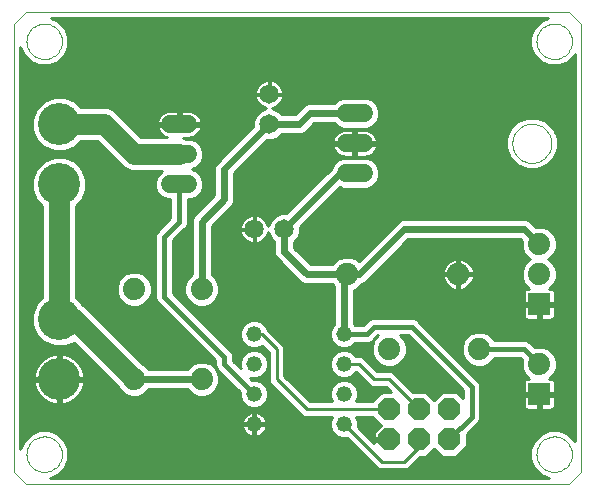
<source format=gtl>
G75*
G70*
%OFA0B0*%
%FSLAX24Y24*%
%IPPOS*%
%LPD*%
%AMOC8*
5,1,8,0,0,1.08239X$1,22.5*
%
%ADD10C,0.0000*%
%ADD11C,0.0600*%
%ADD12C,0.0520*%
%ADD13C,0.1400*%
%ADD14R,0.0740X0.0740*%
%ADD15C,0.0740*%
%ADD16C,0.0650*%
%ADD17C,0.0750*%
%ADD18OC8,0.0740*%
%ADD19C,0.0240*%
%ADD20C,0.0160*%
%ADD21C,0.0100*%
%ADD22C,0.0700*%
D10*
X000150Y000544D02*
X000544Y000150D01*
X018654Y000150D01*
X019048Y000544D01*
X019048Y015504D01*
X018654Y015898D01*
X000544Y015898D01*
X000150Y015504D01*
X000150Y000544D01*
X000559Y001150D02*
X000561Y001198D01*
X000567Y001246D01*
X000577Y001293D01*
X000590Y001339D01*
X000608Y001384D01*
X000628Y001428D01*
X000653Y001470D01*
X000681Y001509D01*
X000711Y001546D01*
X000745Y001580D01*
X000782Y001612D01*
X000820Y001641D01*
X000861Y001666D01*
X000904Y001688D01*
X000949Y001706D01*
X000995Y001720D01*
X001042Y001731D01*
X001090Y001738D01*
X001138Y001741D01*
X001186Y001740D01*
X001234Y001735D01*
X001282Y001726D01*
X001328Y001714D01*
X001373Y001697D01*
X001417Y001677D01*
X001459Y001654D01*
X001499Y001627D01*
X001537Y001597D01*
X001572Y001564D01*
X001604Y001528D01*
X001634Y001490D01*
X001660Y001449D01*
X001682Y001406D01*
X001702Y001362D01*
X001717Y001317D01*
X001729Y001270D01*
X001737Y001222D01*
X001741Y001174D01*
X001741Y001126D01*
X001737Y001078D01*
X001729Y001030D01*
X001717Y000983D01*
X001702Y000938D01*
X001682Y000894D01*
X001660Y000851D01*
X001634Y000810D01*
X001604Y000772D01*
X001572Y000736D01*
X001537Y000703D01*
X001499Y000673D01*
X001459Y000646D01*
X001417Y000623D01*
X001373Y000603D01*
X001328Y000586D01*
X001282Y000574D01*
X001234Y000565D01*
X001186Y000560D01*
X001138Y000559D01*
X001090Y000562D01*
X001042Y000569D01*
X000995Y000580D01*
X000949Y000594D01*
X000904Y000612D01*
X000861Y000634D01*
X000820Y000659D01*
X000782Y000688D01*
X000745Y000720D01*
X000711Y000754D01*
X000681Y000791D01*
X000653Y000830D01*
X000628Y000872D01*
X000608Y000916D01*
X000590Y000961D01*
X000577Y001007D01*
X000567Y001054D01*
X000561Y001102D01*
X000559Y001150D01*
X000559Y014912D02*
X000561Y014960D01*
X000567Y015008D01*
X000577Y015055D01*
X000590Y015101D01*
X000608Y015146D01*
X000628Y015190D01*
X000653Y015232D01*
X000681Y015271D01*
X000711Y015308D01*
X000745Y015342D01*
X000782Y015374D01*
X000820Y015403D01*
X000861Y015428D01*
X000904Y015450D01*
X000949Y015468D01*
X000995Y015482D01*
X001042Y015493D01*
X001090Y015500D01*
X001138Y015503D01*
X001186Y015502D01*
X001234Y015497D01*
X001282Y015488D01*
X001328Y015476D01*
X001373Y015459D01*
X001417Y015439D01*
X001459Y015416D01*
X001499Y015389D01*
X001537Y015359D01*
X001572Y015326D01*
X001604Y015290D01*
X001634Y015252D01*
X001660Y015211D01*
X001682Y015168D01*
X001702Y015124D01*
X001717Y015079D01*
X001729Y015032D01*
X001737Y014984D01*
X001741Y014936D01*
X001741Y014888D01*
X001737Y014840D01*
X001729Y014792D01*
X001717Y014745D01*
X001702Y014700D01*
X001682Y014656D01*
X001660Y014613D01*
X001634Y014572D01*
X001604Y014534D01*
X001572Y014498D01*
X001537Y014465D01*
X001499Y014435D01*
X001459Y014408D01*
X001417Y014385D01*
X001373Y014365D01*
X001328Y014348D01*
X001282Y014336D01*
X001234Y014327D01*
X001186Y014322D01*
X001138Y014321D01*
X001090Y014324D01*
X001042Y014331D01*
X000995Y014342D01*
X000949Y014356D01*
X000904Y014374D01*
X000861Y014396D01*
X000820Y014421D01*
X000782Y014450D01*
X000745Y014482D01*
X000711Y014516D01*
X000681Y014553D01*
X000653Y014592D01*
X000628Y014634D01*
X000608Y014678D01*
X000590Y014723D01*
X000577Y014769D01*
X000567Y014816D01*
X000561Y014864D01*
X000559Y014912D01*
X016756Y011512D02*
X016758Y011562D01*
X016764Y011612D01*
X016774Y011662D01*
X016787Y011710D01*
X016804Y011758D01*
X016825Y011804D01*
X016849Y011848D01*
X016877Y011890D01*
X016908Y011930D01*
X016942Y011967D01*
X016979Y012002D01*
X017018Y012033D01*
X017059Y012062D01*
X017103Y012087D01*
X017149Y012109D01*
X017196Y012127D01*
X017244Y012141D01*
X017293Y012152D01*
X017343Y012159D01*
X017393Y012162D01*
X017444Y012161D01*
X017494Y012156D01*
X017544Y012147D01*
X017592Y012135D01*
X017640Y012118D01*
X017686Y012098D01*
X017731Y012075D01*
X017774Y012048D01*
X017814Y012018D01*
X017852Y011985D01*
X017887Y011949D01*
X017920Y011910D01*
X017949Y011869D01*
X017975Y011826D01*
X017998Y011781D01*
X018017Y011734D01*
X018032Y011686D01*
X018044Y011637D01*
X018052Y011587D01*
X018056Y011537D01*
X018056Y011487D01*
X018052Y011437D01*
X018044Y011387D01*
X018032Y011338D01*
X018017Y011290D01*
X017998Y011243D01*
X017975Y011198D01*
X017949Y011155D01*
X017920Y011114D01*
X017887Y011075D01*
X017852Y011039D01*
X017814Y011006D01*
X017774Y010976D01*
X017731Y010949D01*
X017686Y010926D01*
X017640Y010906D01*
X017592Y010889D01*
X017544Y010877D01*
X017494Y010868D01*
X017444Y010863D01*
X017393Y010862D01*
X017343Y010865D01*
X017293Y010872D01*
X017244Y010883D01*
X017196Y010897D01*
X017149Y010915D01*
X017103Y010937D01*
X017059Y010962D01*
X017018Y010991D01*
X016979Y011022D01*
X016942Y011057D01*
X016908Y011094D01*
X016877Y011134D01*
X016849Y011176D01*
X016825Y011220D01*
X016804Y011266D01*
X016787Y011314D01*
X016774Y011362D01*
X016764Y011412D01*
X016758Y011462D01*
X016756Y011512D01*
X017559Y014912D02*
X017561Y014960D01*
X017567Y015008D01*
X017577Y015055D01*
X017590Y015101D01*
X017608Y015146D01*
X017628Y015190D01*
X017653Y015232D01*
X017681Y015271D01*
X017711Y015308D01*
X017745Y015342D01*
X017782Y015374D01*
X017820Y015403D01*
X017861Y015428D01*
X017904Y015450D01*
X017949Y015468D01*
X017995Y015482D01*
X018042Y015493D01*
X018090Y015500D01*
X018138Y015503D01*
X018186Y015502D01*
X018234Y015497D01*
X018282Y015488D01*
X018328Y015476D01*
X018373Y015459D01*
X018417Y015439D01*
X018459Y015416D01*
X018499Y015389D01*
X018537Y015359D01*
X018572Y015326D01*
X018604Y015290D01*
X018634Y015252D01*
X018660Y015211D01*
X018682Y015168D01*
X018702Y015124D01*
X018717Y015079D01*
X018729Y015032D01*
X018737Y014984D01*
X018741Y014936D01*
X018741Y014888D01*
X018737Y014840D01*
X018729Y014792D01*
X018717Y014745D01*
X018702Y014700D01*
X018682Y014656D01*
X018660Y014613D01*
X018634Y014572D01*
X018604Y014534D01*
X018572Y014498D01*
X018537Y014465D01*
X018499Y014435D01*
X018459Y014408D01*
X018417Y014385D01*
X018373Y014365D01*
X018328Y014348D01*
X018282Y014336D01*
X018234Y014327D01*
X018186Y014322D01*
X018138Y014321D01*
X018090Y014324D01*
X018042Y014331D01*
X017995Y014342D01*
X017949Y014356D01*
X017904Y014374D01*
X017861Y014396D01*
X017820Y014421D01*
X017782Y014450D01*
X017745Y014482D01*
X017711Y014516D01*
X017681Y014553D01*
X017653Y014592D01*
X017628Y014634D01*
X017608Y014678D01*
X017590Y014723D01*
X017577Y014769D01*
X017567Y014816D01*
X017561Y014864D01*
X017559Y014912D01*
X017559Y001150D02*
X017561Y001198D01*
X017567Y001246D01*
X017577Y001293D01*
X017590Y001339D01*
X017608Y001384D01*
X017628Y001428D01*
X017653Y001470D01*
X017681Y001509D01*
X017711Y001546D01*
X017745Y001580D01*
X017782Y001612D01*
X017820Y001641D01*
X017861Y001666D01*
X017904Y001688D01*
X017949Y001706D01*
X017995Y001720D01*
X018042Y001731D01*
X018090Y001738D01*
X018138Y001741D01*
X018186Y001740D01*
X018234Y001735D01*
X018282Y001726D01*
X018328Y001714D01*
X018373Y001697D01*
X018417Y001677D01*
X018459Y001654D01*
X018499Y001627D01*
X018537Y001597D01*
X018572Y001564D01*
X018604Y001528D01*
X018634Y001490D01*
X018660Y001449D01*
X018682Y001406D01*
X018702Y001362D01*
X018717Y001317D01*
X018729Y001270D01*
X018737Y001222D01*
X018741Y001174D01*
X018741Y001126D01*
X018737Y001078D01*
X018729Y001030D01*
X018717Y000983D01*
X018702Y000938D01*
X018682Y000894D01*
X018660Y000851D01*
X018634Y000810D01*
X018604Y000772D01*
X018572Y000736D01*
X018537Y000703D01*
X018499Y000673D01*
X018459Y000646D01*
X018417Y000623D01*
X018373Y000603D01*
X018328Y000586D01*
X018282Y000574D01*
X018234Y000565D01*
X018186Y000560D01*
X018138Y000559D01*
X018090Y000562D01*
X018042Y000569D01*
X017995Y000580D01*
X017949Y000594D01*
X017904Y000612D01*
X017861Y000634D01*
X017820Y000659D01*
X017782Y000688D01*
X017745Y000720D01*
X017711Y000754D01*
X017681Y000791D01*
X017653Y000830D01*
X017628Y000872D01*
X017608Y000916D01*
X017590Y000961D01*
X017577Y001007D01*
X017567Y001054D01*
X017561Y001102D01*
X017559Y001150D01*
D11*
X011806Y010512D02*
X011206Y010512D01*
X011206Y011512D02*
X011806Y011512D01*
X011806Y012512D02*
X011206Y012512D01*
X005950Y012150D02*
X005350Y012150D01*
X005350Y011150D02*
X005950Y011150D01*
X005950Y010150D02*
X005350Y010150D01*
D12*
X008150Y005150D03*
X008150Y004150D03*
X008150Y003150D03*
X008150Y002150D03*
X011150Y002150D03*
X011150Y003150D03*
X011150Y004150D03*
X011150Y005150D03*
D13*
X001650Y005650D03*
X001650Y003650D03*
X001650Y010150D03*
X001650Y012150D03*
D14*
X017650Y006150D03*
X017650Y003150D03*
D15*
X017650Y004150D03*
X015650Y004650D03*
X012650Y004650D03*
X017650Y007150D03*
X017650Y008150D03*
X006400Y006650D03*
X004150Y006650D03*
X004150Y003650D03*
X006400Y003650D03*
D16*
X008150Y008650D03*
X009150Y008650D03*
X008650Y012150D03*
X008650Y013150D03*
D17*
X011250Y007150D03*
X014950Y007150D03*
D18*
X014650Y002650D03*
X013650Y002650D03*
X013650Y001650D03*
X014650Y001650D03*
X012650Y001650D03*
X012650Y002650D03*
D19*
X011150Y005150D02*
X011150Y007050D01*
X011250Y007150D01*
X009900Y007150D01*
X009150Y007900D01*
X009150Y008650D01*
X011012Y010512D01*
X011506Y010512D01*
X009650Y012150D02*
X010012Y012512D01*
X011506Y012512D01*
X009650Y012150D02*
X008650Y012150D01*
X007150Y010650D01*
X007150Y009650D01*
X006400Y008900D01*
X006400Y006650D01*
X006400Y003650D02*
X004150Y003650D01*
X011250Y007150D02*
X011650Y007150D01*
X013150Y008650D01*
X017150Y008650D01*
X017650Y008150D01*
D20*
X017150Y004650D02*
X015650Y004650D01*
X015400Y003400D02*
X013400Y005400D01*
X012150Y005400D01*
X011900Y005150D01*
X011150Y005150D01*
X008150Y003150D02*
X007150Y004150D01*
X007150Y004400D01*
X005150Y006400D01*
X005150Y008400D01*
X005650Y008900D01*
X005650Y010150D01*
X015400Y003400D02*
X015400Y002400D01*
X014650Y001650D01*
X017650Y004150D02*
X017150Y004650D01*
D21*
X017396Y004814D02*
X017314Y004896D01*
X017208Y004940D01*
X016158Y004940D01*
X016142Y004979D01*
X015979Y005142D01*
X015765Y005230D01*
X015535Y005230D01*
X015321Y005142D01*
X015158Y004979D01*
X015070Y004765D01*
X015070Y004535D01*
X015158Y004321D01*
X015321Y004158D01*
X015535Y004070D01*
X015765Y004070D01*
X015979Y004158D01*
X016142Y004321D01*
X016158Y004360D01*
X017030Y004360D01*
X017086Y004304D01*
X017070Y004265D01*
X017070Y004035D01*
X017158Y003821D01*
X017310Y003670D01*
X017260Y003670D01*
X017222Y003660D01*
X017188Y003640D01*
X017160Y003612D01*
X017140Y003578D01*
X017130Y003540D01*
X017130Y003200D01*
X017600Y003200D01*
X017600Y003100D01*
X017700Y003100D01*
X017700Y003200D01*
X018170Y003200D01*
X018170Y003540D01*
X018160Y003578D01*
X018140Y003612D01*
X018112Y003640D01*
X018078Y003660D01*
X018040Y003670D01*
X017990Y003670D01*
X018142Y003821D01*
X018230Y004035D01*
X018230Y004265D01*
X018142Y004479D01*
X017979Y004642D01*
X017765Y004730D01*
X017535Y004730D01*
X017496Y004714D01*
X017396Y004814D01*
X017431Y004780D02*
X018838Y004780D01*
X018838Y004878D02*
X017332Y004878D01*
X017884Y004681D02*
X018838Y004681D01*
X018838Y004583D02*
X018038Y004583D01*
X018136Y004484D02*
X018838Y004484D01*
X018838Y004386D02*
X018180Y004386D01*
X018221Y004287D02*
X018838Y004287D01*
X018838Y004189D02*
X018230Y004189D01*
X018230Y004090D02*
X018838Y004090D01*
X018838Y003992D02*
X018212Y003992D01*
X018171Y003893D02*
X018838Y003893D01*
X018838Y003795D02*
X018115Y003795D01*
X018016Y003696D02*
X018838Y003696D01*
X018838Y003598D02*
X018148Y003598D01*
X018170Y003499D02*
X018838Y003499D01*
X018838Y003401D02*
X018170Y003401D01*
X018170Y003302D02*
X018838Y003302D01*
X018838Y003204D02*
X018170Y003204D01*
X018170Y003100D02*
X017700Y003100D01*
X017700Y002630D01*
X018040Y002630D01*
X018078Y002640D01*
X018112Y002660D01*
X018140Y002688D01*
X018160Y002722D01*
X018170Y002760D01*
X018170Y003100D01*
X018170Y003007D02*
X018838Y003007D01*
X018838Y003105D02*
X017700Y003105D01*
X017700Y003007D02*
X017600Y003007D01*
X017600Y003100D02*
X017600Y002630D01*
X017260Y002630D01*
X017222Y002640D01*
X017188Y002660D01*
X017160Y002688D01*
X017140Y002722D01*
X017130Y002760D01*
X017130Y003100D01*
X017600Y003100D01*
X017600Y003105D02*
X015690Y003105D01*
X015690Y003007D02*
X017130Y003007D01*
X017130Y002908D02*
X015690Y002908D01*
X015690Y002810D02*
X017130Y002810D01*
X017147Y002711D02*
X015690Y002711D01*
X015690Y002613D02*
X018838Y002613D01*
X018838Y002711D02*
X018153Y002711D01*
X018170Y002810D02*
X018838Y002810D01*
X018838Y002908D02*
X018170Y002908D01*
X017700Y002908D02*
X017600Y002908D01*
X017600Y002810D02*
X017700Y002810D01*
X017700Y002711D02*
X017600Y002711D01*
X017130Y003204D02*
X015690Y003204D01*
X015690Y003302D02*
X017130Y003302D01*
X017130Y003401D02*
X015690Y003401D01*
X015690Y003458D02*
X015646Y003564D01*
X013646Y005564D01*
X013564Y005646D01*
X013458Y005690D01*
X012092Y005690D01*
X011986Y005646D01*
X011780Y005440D01*
X011525Y005440D01*
X011480Y005485D01*
X011480Y006612D01*
X011581Y006654D01*
X011746Y006819D01*
X011753Y006835D01*
X011837Y006870D01*
X013287Y008320D01*
X017013Y008320D01*
X017070Y008263D01*
X017070Y008035D01*
X017158Y007821D01*
X017321Y007658D01*
X017341Y007650D01*
X017321Y007642D01*
X017158Y007479D01*
X017070Y007265D01*
X017070Y007035D01*
X017158Y006821D01*
X017310Y006670D01*
X017260Y006670D01*
X017222Y006660D01*
X017188Y006640D01*
X017160Y006612D01*
X017140Y006578D01*
X017130Y006540D01*
X017130Y006200D01*
X017600Y006200D01*
X017600Y006100D01*
X017700Y006100D01*
X017700Y006200D01*
X018170Y006200D01*
X018170Y006540D01*
X018160Y006578D01*
X018140Y006612D01*
X018112Y006640D01*
X018078Y006660D01*
X018040Y006670D01*
X017990Y006670D01*
X018142Y006821D01*
X018230Y007035D01*
X018230Y007265D01*
X018142Y007479D01*
X017979Y007642D01*
X017959Y007650D01*
X017979Y007658D01*
X018142Y007821D01*
X018230Y008035D01*
X018230Y008265D01*
X018142Y008479D01*
X017979Y008642D01*
X017765Y008730D01*
X017537Y008730D01*
X017430Y008837D01*
X017337Y008930D01*
X017216Y008980D01*
X013084Y008980D01*
X012963Y008930D01*
X011630Y007597D01*
X011581Y007646D01*
X011366Y007735D01*
X011134Y007735D01*
X010919Y007646D01*
X010754Y007481D01*
X010753Y007480D01*
X010037Y007480D01*
X009480Y008037D01*
X009480Y008223D01*
X009604Y008347D01*
X009685Y008544D01*
X009685Y008718D01*
X011009Y010042D01*
X011105Y010002D01*
X011908Y010002D01*
X012095Y010080D01*
X012239Y010223D01*
X012316Y010411D01*
X012316Y010614D01*
X012239Y010801D01*
X012095Y010945D01*
X011908Y011022D01*
X011105Y011022D01*
X010917Y010945D01*
X010774Y010801D01*
X010731Y010698D01*
X009218Y009185D01*
X009044Y009185D01*
X008847Y009104D01*
X008696Y008953D01*
X008615Y008756D01*
X008615Y008751D01*
X008613Y008761D01*
X008590Y008832D01*
X008556Y008899D01*
X008512Y008959D01*
X008459Y009012D01*
X008399Y009056D01*
X008332Y009090D01*
X008261Y009113D01*
X008187Y009125D01*
X008169Y009125D01*
X008169Y008669D01*
X008131Y008669D01*
X008131Y009125D01*
X008113Y009125D01*
X008039Y009113D01*
X007968Y009090D01*
X007901Y009056D01*
X007841Y009012D01*
X007788Y008959D01*
X007744Y008899D01*
X007710Y008832D01*
X007687Y008761D01*
X007675Y008687D01*
X007675Y008669D01*
X008131Y008669D01*
X008131Y008631D01*
X008169Y008631D01*
X008169Y008175D01*
X008187Y008175D01*
X008261Y008187D01*
X008332Y008210D01*
X008399Y008244D01*
X008459Y008288D01*
X008512Y008341D01*
X008556Y008401D01*
X008590Y008468D01*
X008613Y008539D01*
X008615Y008549D01*
X008615Y008544D01*
X008696Y008347D01*
X008820Y008223D01*
X008820Y007834D01*
X008870Y007713D01*
X008963Y007620D01*
X009620Y006963D01*
X009713Y006870D01*
X009834Y006820D01*
X010753Y006820D01*
X010754Y006819D01*
X010820Y006753D01*
X010820Y005485D01*
X010752Y005416D01*
X010680Y005243D01*
X010680Y005057D01*
X010752Y004884D01*
X010884Y004752D01*
X011057Y004680D01*
X011243Y004680D01*
X011416Y004752D01*
X011525Y004860D01*
X011958Y004860D01*
X012064Y004904D01*
X012146Y004986D01*
X012270Y005110D01*
X012290Y005110D01*
X012158Y004979D01*
X012070Y004765D01*
X012070Y004535D01*
X012158Y004321D01*
X012321Y004158D01*
X012535Y004070D01*
X012765Y004070D01*
X012979Y004158D01*
X013142Y004321D01*
X013230Y004535D01*
X013230Y004765D01*
X013142Y004979D01*
X013010Y005110D01*
X013280Y005110D01*
X015110Y003280D01*
X015110Y003010D01*
X014890Y003230D01*
X014410Y003230D01*
X014150Y002970D01*
X013890Y003230D01*
X013438Y003230D01*
X012870Y003797D01*
X012797Y003870D01*
X012702Y003910D01*
X012258Y003910D01*
X011870Y004297D01*
X011797Y004370D01*
X011702Y004410D01*
X011551Y004410D01*
X011548Y004416D01*
X011416Y004548D01*
X011243Y004620D01*
X011057Y004620D01*
X010884Y004548D01*
X010752Y004416D01*
X010680Y004243D01*
X010680Y004057D01*
X010752Y003884D01*
X010884Y003752D01*
X011057Y003680D01*
X011243Y003680D01*
X011416Y003752D01*
X011548Y003884D01*
X012003Y003430D01*
X012098Y003390D01*
X012542Y003390D01*
X012702Y003230D01*
X012410Y003230D01*
X012090Y002910D01*
X011559Y002910D01*
X011620Y003057D01*
X011620Y003243D01*
X011548Y003416D01*
X011416Y003548D01*
X011243Y003620D01*
X011057Y003620D01*
X010884Y003548D01*
X010752Y003416D01*
X010680Y003243D01*
X010680Y003057D01*
X010741Y002910D01*
X010008Y002910D01*
X009160Y003758D01*
X009160Y004702D01*
X009120Y004797D01*
X008620Y005297D01*
X008582Y005336D01*
X008548Y005416D01*
X008416Y005548D01*
X008243Y005620D01*
X008057Y005620D01*
X007884Y005548D01*
X007752Y005416D01*
X007680Y005243D01*
X007680Y005057D01*
X007752Y004884D01*
X007884Y004752D01*
X008057Y004680D01*
X008243Y004680D01*
X008416Y004752D01*
X008423Y004759D01*
X008640Y004542D01*
X008640Y003598D01*
X008680Y003503D01*
X008753Y003430D01*
X009753Y002430D01*
X009848Y002390D01*
X010741Y002390D01*
X010680Y002243D01*
X010680Y002057D01*
X010752Y001884D01*
X010884Y001752D01*
X011057Y001680D01*
X011243Y001680D01*
X011250Y001683D01*
X012180Y000753D01*
X012253Y000680D01*
X012348Y000640D01*
X013202Y000640D01*
X013297Y000680D01*
X013688Y001070D01*
X013890Y001070D01*
X014150Y001330D01*
X014410Y001070D01*
X014890Y001070D01*
X015230Y001410D01*
X015230Y001820D01*
X015564Y002154D01*
X015646Y002236D01*
X015690Y002342D01*
X015690Y003458D01*
X015673Y003499D02*
X017130Y003499D01*
X017152Y003598D02*
X015613Y003598D01*
X015514Y003696D02*
X017284Y003696D01*
X017185Y003795D02*
X015416Y003795D01*
X015317Y003893D02*
X017129Y003893D01*
X017088Y003992D02*
X015219Y003992D01*
X015120Y004090D02*
X015486Y004090D01*
X015291Y004189D02*
X015022Y004189D01*
X014923Y004287D02*
X015193Y004287D01*
X015132Y004386D02*
X014825Y004386D01*
X014726Y004484D02*
X015091Y004484D01*
X015070Y004583D02*
X014628Y004583D01*
X014529Y004681D02*
X015070Y004681D01*
X015076Y004780D02*
X014431Y004780D01*
X014332Y004878D02*
X015117Y004878D01*
X015157Y004977D02*
X014234Y004977D01*
X014135Y005075D02*
X015255Y005075D01*
X015398Y005174D02*
X014037Y005174D01*
X013938Y005272D02*
X018838Y005272D01*
X018838Y005174D02*
X015902Y005174D01*
X016045Y005075D02*
X018838Y005075D01*
X018838Y004977D02*
X016143Y004977D01*
X016107Y004287D02*
X017079Y004287D01*
X017070Y004189D02*
X016009Y004189D01*
X015814Y004090D02*
X017070Y004090D01*
X017260Y005630D02*
X017600Y005630D01*
X017600Y006100D01*
X017130Y006100D01*
X017130Y005760D01*
X017140Y005722D01*
X017160Y005688D01*
X017188Y005660D01*
X017222Y005640D01*
X017260Y005630D01*
X017182Y005666D02*
X013516Y005666D01*
X013643Y005568D02*
X018838Y005568D01*
X018838Y005666D02*
X018118Y005666D01*
X018112Y005660D02*
X018140Y005688D01*
X018160Y005722D01*
X018170Y005760D01*
X018170Y006100D01*
X017700Y006100D01*
X017700Y005630D01*
X018040Y005630D01*
X018078Y005640D01*
X018112Y005660D01*
X018170Y005765D02*
X018838Y005765D01*
X018838Y005863D02*
X018170Y005863D01*
X018170Y005962D02*
X018838Y005962D01*
X018838Y006060D02*
X018170Y006060D01*
X018170Y006257D02*
X018838Y006257D01*
X018838Y006159D02*
X017700Y006159D01*
X017700Y006060D02*
X017600Y006060D01*
X017600Y005962D02*
X017700Y005962D01*
X017700Y005863D02*
X017600Y005863D01*
X017600Y005765D02*
X017700Y005765D01*
X017700Y005666D02*
X017600Y005666D01*
X017130Y005765D02*
X011480Y005765D01*
X011480Y005863D02*
X017130Y005863D01*
X017130Y005962D02*
X011480Y005962D01*
X011480Y006060D02*
X017130Y006060D01*
X017130Y006257D02*
X011480Y006257D01*
X011480Y006159D02*
X017600Y006159D01*
X017130Y006356D02*
X011480Y006356D01*
X011480Y006454D02*
X017130Y006454D01*
X017133Y006553D02*
X011480Y006553D01*
X011574Y006651D02*
X014787Y006651D01*
X014748Y006663D02*
X014827Y006638D01*
X014909Y006625D01*
X014911Y006625D01*
X014911Y007111D01*
X014989Y007111D01*
X014989Y007189D01*
X015475Y007189D01*
X015475Y007191D01*
X015462Y007273D01*
X015437Y007352D01*
X015399Y007425D01*
X015350Y007492D01*
X015292Y007550D01*
X015225Y007599D01*
X015152Y007637D01*
X015073Y007662D01*
X014991Y007675D01*
X014989Y007675D01*
X014989Y007189D01*
X014911Y007189D01*
X014911Y007675D01*
X014909Y007675D01*
X014827Y007662D01*
X014748Y007637D01*
X014675Y007599D01*
X014608Y007550D01*
X014550Y007492D01*
X014501Y007425D01*
X014463Y007352D01*
X014438Y007273D01*
X014425Y007191D01*
X014425Y007189D01*
X014911Y007189D01*
X014911Y007111D01*
X014425Y007111D01*
X014425Y007109D01*
X014438Y007027D01*
X014463Y006948D01*
X014501Y006875D01*
X014550Y006808D01*
X014608Y006750D01*
X014675Y006701D01*
X014748Y006663D01*
X014911Y006651D02*
X014989Y006651D01*
X014989Y006625D02*
X014991Y006625D01*
X015073Y006638D01*
X015152Y006663D01*
X015225Y006701D01*
X015292Y006750D01*
X015350Y006808D01*
X015399Y006875D01*
X015437Y006948D01*
X015462Y007027D01*
X015475Y007109D01*
X015475Y007111D01*
X014989Y007111D01*
X014989Y006625D01*
X014989Y006750D02*
X014911Y006750D01*
X014911Y006848D02*
X014989Y006848D01*
X014989Y006947D02*
X014911Y006947D01*
X014911Y007045D02*
X014989Y007045D01*
X014989Y007144D02*
X017070Y007144D01*
X017070Y007242D02*
X015467Y007242D01*
X015440Y007341D02*
X017101Y007341D01*
X017142Y007439D02*
X015389Y007439D01*
X015305Y007538D02*
X017217Y007538D01*
X017316Y007636D02*
X015153Y007636D01*
X014989Y007636D02*
X014911Y007636D01*
X014911Y007538D02*
X014989Y007538D01*
X014989Y007439D02*
X014911Y007439D01*
X014911Y007341D02*
X014989Y007341D01*
X014989Y007242D02*
X014911Y007242D01*
X014911Y007144D02*
X012110Y007144D01*
X012209Y007242D02*
X014433Y007242D01*
X014460Y007341D02*
X012307Y007341D01*
X012406Y007439D02*
X014511Y007439D01*
X014595Y007538D02*
X012504Y007538D01*
X012603Y007636D02*
X014747Y007636D01*
X014435Y007045D02*
X012012Y007045D01*
X011913Y006947D02*
X014464Y006947D01*
X014520Y006848D02*
X011783Y006848D01*
X011677Y006750D02*
X014608Y006750D01*
X015113Y006651D02*
X017207Y006651D01*
X017230Y006750D02*
X015292Y006750D01*
X015380Y006848D02*
X017147Y006848D01*
X017106Y006947D02*
X015436Y006947D01*
X015465Y007045D02*
X017070Y007045D01*
X017245Y007735D02*
X012701Y007735D01*
X012800Y007833D02*
X017154Y007833D01*
X017113Y007932D02*
X012898Y007932D01*
X012997Y008030D02*
X017072Y008030D01*
X017070Y008129D02*
X013095Y008129D01*
X013194Y008227D02*
X017070Y008227D01*
X017449Y008818D02*
X018838Y008818D01*
X018838Y008720D02*
X017791Y008720D01*
X017999Y008621D02*
X018838Y008621D01*
X018838Y008523D02*
X018098Y008523D01*
X018164Y008424D02*
X018838Y008424D01*
X018838Y008326D02*
X018205Y008326D01*
X018230Y008227D02*
X018838Y008227D01*
X018838Y008129D02*
X018230Y008129D01*
X018228Y008030D02*
X018838Y008030D01*
X018838Y007932D02*
X018187Y007932D01*
X018146Y007833D02*
X018838Y007833D01*
X018838Y007735D02*
X018055Y007735D01*
X017984Y007636D02*
X018838Y007636D01*
X018838Y007538D02*
X018083Y007538D01*
X018158Y007439D02*
X018838Y007439D01*
X018838Y007341D02*
X018199Y007341D01*
X018230Y007242D02*
X018838Y007242D01*
X018838Y007144D02*
X018230Y007144D01*
X018230Y007045D02*
X018838Y007045D01*
X018838Y006947D02*
X018194Y006947D01*
X018153Y006848D02*
X018838Y006848D01*
X018838Y006750D02*
X018070Y006750D01*
X018093Y006651D02*
X018838Y006651D01*
X018838Y006553D02*
X018167Y006553D01*
X018170Y006454D02*
X018838Y006454D01*
X018838Y006356D02*
X018170Y006356D01*
X018838Y005469D02*
X013741Y005469D01*
X013840Y005371D02*
X018838Y005371D01*
X018838Y002514D02*
X015690Y002514D01*
X015690Y002416D02*
X018838Y002416D01*
X018838Y002317D02*
X015680Y002317D01*
X015629Y002219D02*
X018838Y002219D01*
X018838Y002120D02*
X015530Y002120D01*
X015432Y002022D02*
X018838Y002022D01*
X018838Y001923D02*
X018376Y001923D01*
X018309Y001951D02*
X017991Y001951D01*
X017697Y001829D01*
X017471Y001603D01*
X017349Y001309D01*
X017349Y000991D01*
X017471Y000697D01*
X017697Y000471D01*
X017965Y000360D01*
X001335Y000360D01*
X001603Y000471D01*
X001829Y000697D01*
X001951Y000991D01*
X001951Y001309D01*
X001829Y001603D01*
X001603Y001829D01*
X001309Y001951D01*
X000991Y001951D01*
X000697Y001829D01*
X000471Y001603D01*
X000360Y001335D01*
X000360Y014727D01*
X000471Y014458D01*
X000697Y014233D01*
X000991Y014111D01*
X001309Y014111D01*
X001603Y014233D01*
X001829Y014458D01*
X001951Y014753D01*
X001951Y015071D01*
X001829Y015365D01*
X001603Y015590D01*
X001368Y015688D01*
X017932Y015688D01*
X017697Y015590D01*
X017471Y015365D01*
X017349Y015071D01*
X017349Y014753D01*
X017471Y014458D01*
X017697Y014233D01*
X017991Y014111D01*
X018309Y014111D01*
X018603Y014233D01*
X018829Y014458D01*
X018838Y014480D01*
X018838Y001582D01*
X018829Y001603D01*
X018603Y001829D01*
X018309Y001951D01*
X018608Y001825D02*
X018838Y001825D01*
X018838Y001726D02*
X018706Y001726D01*
X018805Y001628D02*
X018838Y001628D01*
X017924Y001923D02*
X015333Y001923D01*
X015235Y001825D02*
X017692Y001825D01*
X017594Y001726D02*
X015230Y001726D01*
X015230Y001628D02*
X017495Y001628D01*
X017440Y001529D02*
X015230Y001529D01*
X015230Y001431D02*
X017400Y001431D01*
X017359Y001332D02*
X015152Y001332D01*
X015054Y001234D02*
X017349Y001234D01*
X017349Y001135D02*
X014955Y001135D01*
X014345Y001135D02*
X013955Y001135D01*
X014054Y001234D02*
X014246Y001234D01*
X013650Y001400D02*
X013650Y001650D01*
X013650Y001400D02*
X013150Y000900D01*
X012400Y000900D01*
X011150Y002150D01*
X010811Y001825D02*
X008400Y001825D01*
X008417Y001837D02*
X008463Y001883D01*
X008501Y001935D01*
X008530Y001993D01*
X008550Y002054D01*
X008560Y002118D01*
X008560Y002120D01*
X008180Y002120D01*
X008180Y002180D01*
X008560Y002180D01*
X008560Y002182D01*
X008550Y002246D01*
X008530Y002307D01*
X008501Y002365D01*
X008463Y002417D01*
X008417Y002463D01*
X008365Y002501D01*
X008307Y002530D01*
X008246Y002550D01*
X008182Y002560D01*
X008180Y002560D01*
X008180Y002180D01*
X008120Y002180D01*
X008120Y002560D01*
X008118Y002560D01*
X008054Y002550D01*
X007993Y002530D01*
X007935Y002501D01*
X007883Y002463D01*
X007837Y002417D01*
X007799Y002365D01*
X007770Y002307D01*
X007750Y002246D01*
X007740Y002182D01*
X007740Y002180D01*
X008120Y002180D01*
X008120Y002120D01*
X008180Y002120D01*
X010680Y002120D01*
X010680Y002219D02*
X008554Y002219D01*
X008525Y002317D02*
X010710Y002317D01*
X010694Y002022D02*
X008539Y002022D01*
X008492Y001923D02*
X010735Y001923D01*
X010945Y001726D02*
X001706Y001726D01*
X001608Y001825D02*
X007900Y001825D01*
X007883Y001837D02*
X007935Y001799D01*
X007993Y001770D01*
X008054Y001750D01*
X008118Y001740D01*
X008120Y001740D01*
X008120Y002120D01*
X007740Y002120D01*
X007740Y002118D01*
X007750Y002054D01*
X007770Y001993D01*
X007799Y001935D01*
X007837Y001883D01*
X007883Y001837D01*
X007808Y001923D02*
X001376Y001923D01*
X001805Y001628D02*
X011305Y001628D01*
X011403Y001529D02*
X001860Y001529D01*
X001900Y001431D02*
X011502Y001431D01*
X011600Y001332D02*
X001941Y001332D01*
X001951Y001234D02*
X011699Y001234D01*
X011797Y001135D02*
X001951Y001135D01*
X001951Y001037D02*
X011896Y001037D01*
X011994Y000938D02*
X001929Y000938D01*
X001888Y000840D02*
X012093Y000840D01*
X012191Y000741D02*
X001847Y000741D01*
X001775Y000643D02*
X012342Y000643D01*
X013208Y000643D02*
X017525Y000643D01*
X017453Y000741D02*
X013359Y000741D01*
X013457Y000840D02*
X017412Y000840D01*
X017371Y000938D02*
X013556Y000938D01*
X013654Y001037D02*
X017349Y001037D01*
X017624Y000544D02*
X001676Y000544D01*
X001541Y000446D02*
X017759Y000446D01*
X015110Y003105D02*
X015015Y003105D01*
X015110Y003204D02*
X014917Y003204D01*
X015088Y003302D02*
X013366Y003302D01*
X013267Y003401D02*
X014989Y003401D01*
X014891Y003499D02*
X013169Y003499D01*
X013070Y003598D02*
X014792Y003598D01*
X014694Y003696D02*
X012972Y003696D01*
X012873Y003795D02*
X014595Y003795D01*
X014497Y003893D02*
X012743Y003893D01*
X012814Y004090D02*
X014300Y004090D01*
X014398Y003992D02*
X012176Y003992D01*
X012078Y004090D02*
X012486Y004090D01*
X012291Y004189D02*
X011979Y004189D01*
X011881Y004287D02*
X012193Y004287D01*
X012132Y004386D02*
X011761Y004386D01*
X011481Y004484D02*
X012091Y004484D01*
X012070Y004583D02*
X011334Y004583D01*
X011246Y004681D02*
X012070Y004681D01*
X012076Y004780D02*
X011444Y004780D01*
X011054Y004681D02*
X009160Y004681D01*
X009160Y004583D02*
X010966Y004583D01*
X010819Y004484D02*
X009160Y004484D01*
X009160Y004386D02*
X010739Y004386D01*
X010698Y004287D02*
X009160Y004287D01*
X009160Y004189D02*
X010680Y004189D01*
X010680Y004090D02*
X009160Y004090D01*
X009160Y003992D02*
X010707Y003992D01*
X010748Y003893D02*
X009160Y003893D01*
X009160Y003795D02*
X010841Y003795D01*
X011018Y003696D02*
X009222Y003696D01*
X009320Y003598D02*
X011002Y003598D01*
X010834Y003499D02*
X009419Y003499D01*
X009517Y003401D02*
X010745Y003401D01*
X010704Y003302D02*
X009616Y003302D01*
X009714Y003204D02*
X010680Y003204D01*
X010680Y003105D02*
X009813Y003105D01*
X009911Y003007D02*
X010701Y003007D01*
X011298Y003598D02*
X011835Y003598D01*
X011736Y003696D02*
X011282Y003696D01*
X011459Y003795D02*
X011638Y003795D01*
X011548Y003884D02*
X011548Y003884D01*
X011650Y004150D02*
X011150Y004150D01*
X011650Y004150D02*
X012150Y003650D01*
X012650Y003650D01*
X013650Y002650D01*
X014114Y003007D02*
X014186Y003007D01*
X014285Y003105D02*
X014015Y003105D01*
X013917Y003204D02*
X014383Y003204D01*
X014201Y004189D02*
X013009Y004189D01*
X013107Y004287D02*
X014103Y004287D01*
X014004Y004386D02*
X013168Y004386D01*
X013209Y004484D02*
X013906Y004484D01*
X013807Y004583D02*
X013230Y004583D01*
X013230Y004681D02*
X013709Y004681D01*
X013610Y004780D02*
X013224Y004780D01*
X013183Y004878D02*
X013512Y004878D01*
X013413Y004977D02*
X013143Y004977D01*
X013045Y005075D02*
X013315Y005075D01*
X012255Y005075D02*
X012235Y005075D01*
X012157Y004977D02*
X012137Y004977D01*
X012117Y004878D02*
X012001Y004878D01*
X011809Y005469D02*
X011496Y005469D01*
X011480Y005568D02*
X011907Y005568D01*
X012034Y005666D02*
X011480Y005666D01*
X010820Y005666D02*
X006294Y005666D01*
X006196Y005765D02*
X010820Y005765D01*
X010820Y005863D02*
X006097Y005863D01*
X005999Y005962D02*
X010820Y005962D01*
X010820Y006060D02*
X005900Y006060D01*
X005802Y006159D02*
X006071Y006159D01*
X006071Y006158D02*
X006285Y006070D01*
X006515Y006070D01*
X006729Y006158D01*
X006892Y006321D01*
X006980Y006535D01*
X006980Y006765D01*
X006892Y006979D01*
X006730Y007140D01*
X006730Y008763D01*
X007337Y009370D01*
X007430Y009463D01*
X007480Y009584D01*
X007480Y010513D01*
X008582Y011615D01*
X008756Y011615D01*
X008953Y011696D01*
X009077Y011820D01*
X009716Y011820D01*
X009837Y011870D01*
X010149Y012182D01*
X010815Y012182D01*
X010917Y012080D01*
X011105Y012002D01*
X011908Y012002D01*
X012095Y012080D01*
X012239Y012223D01*
X012316Y012411D01*
X012316Y012614D01*
X012239Y012801D01*
X012095Y012945D01*
X011908Y013022D01*
X011105Y013022D01*
X010917Y012945D01*
X010815Y012842D01*
X009947Y012842D01*
X009825Y012792D01*
X009513Y012480D01*
X009077Y012480D01*
X008953Y012604D01*
X008756Y012685D01*
X008751Y012685D01*
X008761Y012687D01*
X008832Y012710D01*
X008899Y012744D01*
X008959Y012788D01*
X009012Y012841D01*
X009056Y012901D01*
X009090Y012968D01*
X009113Y013039D01*
X009125Y013113D01*
X009125Y013131D01*
X008669Y013131D01*
X008669Y013169D01*
X009125Y013169D01*
X009125Y013187D01*
X009113Y013261D01*
X009090Y013332D01*
X009056Y013399D01*
X009012Y013459D01*
X008959Y013512D01*
X008899Y013556D01*
X008832Y013590D01*
X008761Y013613D01*
X008687Y013625D01*
X008669Y013625D01*
X008669Y013169D01*
X008631Y013169D01*
X008631Y013625D01*
X008613Y013625D01*
X008539Y013613D01*
X008468Y013590D01*
X008401Y013556D01*
X008341Y013512D01*
X008288Y013459D01*
X008244Y013399D01*
X008210Y013332D01*
X008187Y013261D01*
X008175Y013187D01*
X008175Y013169D01*
X008631Y013169D01*
X008631Y013131D01*
X008175Y013131D01*
X008175Y013113D01*
X008187Y013039D01*
X008210Y012968D01*
X008244Y012901D01*
X008288Y012841D01*
X008341Y012788D01*
X008401Y012744D01*
X008468Y012710D01*
X008539Y012687D01*
X008549Y012685D01*
X008544Y012685D01*
X008347Y012604D01*
X008196Y012453D01*
X008115Y012256D01*
X008115Y012082D01*
X006870Y010837D01*
X006820Y010716D01*
X006820Y009787D01*
X006120Y009087D01*
X006070Y008966D01*
X006070Y007140D01*
X005908Y006979D01*
X005820Y006765D01*
X005820Y006535D01*
X005908Y006321D01*
X006071Y006158D01*
X005973Y006257D02*
X005703Y006257D01*
X005605Y006356D02*
X005894Y006356D01*
X005853Y006454D02*
X005506Y006454D01*
X005440Y006520D02*
X005440Y008280D01*
X005814Y008654D01*
X005896Y008736D01*
X005940Y008842D01*
X005940Y009640D01*
X006051Y009640D01*
X006239Y009718D01*
X006382Y009861D01*
X006460Y010049D01*
X006460Y010251D01*
X006382Y010439D01*
X006239Y010582D01*
X006076Y010650D01*
X006239Y010718D01*
X006382Y010861D01*
X006460Y011049D01*
X006460Y011251D01*
X006382Y011439D01*
X006239Y011582D01*
X006051Y011660D01*
X005882Y011660D01*
X005786Y011700D01*
X005985Y011700D01*
X006055Y011711D01*
X006123Y011733D01*
X006186Y011765D01*
X006243Y011807D01*
X006293Y011857D01*
X006335Y011914D01*
X006367Y011977D01*
X006389Y012045D01*
X006398Y012100D01*
X005700Y012100D01*
X005700Y012200D01*
X005600Y012200D01*
X005600Y012600D01*
X005315Y012600D01*
X005245Y012589D01*
X005177Y012567D01*
X005114Y012535D01*
X005057Y012493D01*
X005007Y012443D01*
X004965Y012386D01*
X004933Y012323D01*
X004911Y012255D01*
X004902Y012200D01*
X005600Y012200D01*
X005600Y012100D01*
X004902Y012100D01*
X004911Y012045D01*
X004933Y011977D01*
X004965Y011914D01*
X005007Y011857D01*
X005057Y011807D01*
X005114Y011765D01*
X005177Y011733D01*
X005245Y011711D01*
X005251Y011710D01*
X004382Y011710D01*
X003467Y012625D01*
X003261Y012710D01*
X002377Y012710D01*
X002165Y012921D01*
X001831Y013060D01*
X001469Y013060D01*
X001135Y012921D01*
X000879Y012665D01*
X000740Y012331D01*
X000740Y011969D01*
X000879Y011635D01*
X001135Y011379D01*
X001469Y011240D01*
X001831Y011240D01*
X002165Y011379D01*
X002377Y011590D01*
X002918Y011590D01*
X003675Y010833D01*
X003833Y010675D01*
X004039Y010590D01*
X005080Y010590D01*
X005061Y010582D01*
X004918Y010439D01*
X004840Y010251D01*
X004840Y010049D01*
X004918Y009861D01*
X005061Y009718D01*
X005249Y009640D01*
X005360Y009640D01*
X005360Y009020D01*
X004904Y008564D01*
X004860Y008458D01*
X004860Y006342D01*
X004904Y006236D01*
X004986Y006154D01*
X006860Y004280D01*
X006860Y004092D01*
X006904Y003986D01*
X006986Y003904D01*
X007680Y003210D01*
X007680Y003057D01*
X007752Y002884D01*
X007884Y002752D01*
X008057Y002680D01*
X008243Y002680D01*
X008416Y002752D01*
X008548Y002884D01*
X008620Y003057D01*
X008620Y003243D01*
X008548Y003416D01*
X008416Y003548D01*
X008243Y003620D01*
X008090Y003620D01*
X008011Y003699D01*
X008057Y003680D01*
X008243Y003680D01*
X008416Y003752D01*
X008548Y003884D01*
X008620Y004057D01*
X008620Y004243D01*
X008548Y004416D01*
X008416Y004548D01*
X008243Y004620D01*
X008057Y004620D01*
X007884Y004548D01*
X007752Y004416D01*
X007680Y004243D01*
X007680Y004057D01*
X007699Y004011D01*
X007440Y004270D01*
X007440Y004458D01*
X007396Y004564D01*
X005440Y006520D01*
X005440Y006553D02*
X005820Y006553D01*
X005820Y006651D02*
X005440Y006651D01*
X005440Y006750D02*
X005820Y006750D01*
X005854Y006848D02*
X005440Y006848D01*
X005440Y006947D02*
X005895Y006947D01*
X005975Y007045D02*
X005440Y007045D01*
X005440Y007144D02*
X006070Y007144D01*
X006070Y007242D02*
X005440Y007242D01*
X005440Y007341D02*
X006070Y007341D01*
X006070Y007439D02*
X005440Y007439D01*
X005440Y007538D02*
X006070Y007538D01*
X006070Y007636D02*
X005440Y007636D01*
X005440Y007735D02*
X006070Y007735D01*
X006070Y007833D02*
X005440Y007833D01*
X005440Y007932D02*
X006070Y007932D01*
X006070Y008030D02*
X005440Y008030D01*
X005440Y008129D02*
X006070Y008129D01*
X006070Y008227D02*
X005440Y008227D01*
X005486Y008326D02*
X006070Y008326D01*
X006070Y008424D02*
X005584Y008424D01*
X005683Y008523D02*
X006070Y008523D01*
X006070Y008621D02*
X005781Y008621D01*
X005880Y008720D02*
X006070Y008720D01*
X006070Y008818D02*
X005930Y008818D01*
X005940Y008917D02*
X006070Y008917D01*
X006090Y009015D02*
X005940Y009015D01*
X005940Y009114D02*
X006147Y009114D01*
X006245Y009212D02*
X005940Y009212D01*
X005940Y009311D02*
X006344Y009311D01*
X006442Y009409D02*
X005940Y009409D01*
X005940Y009508D02*
X006541Y009508D01*
X006639Y009606D02*
X005940Y009606D01*
X006207Y009705D02*
X006738Y009705D01*
X006820Y009803D02*
X006324Y009803D01*
X006399Y009902D02*
X006820Y009902D01*
X006820Y010000D02*
X006440Y010000D01*
X006460Y010099D02*
X006820Y010099D01*
X006820Y010197D02*
X006460Y010197D01*
X006442Y010296D02*
X006820Y010296D01*
X006820Y010394D02*
X006401Y010394D01*
X006329Y010493D02*
X006820Y010493D01*
X006820Y010591D02*
X006218Y010591D01*
X006171Y010690D02*
X006820Y010690D01*
X006850Y010788D02*
X006309Y010788D01*
X006393Y010887D02*
X006920Y010887D01*
X007018Y010985D02*
X006434Y010985D01*
X006460Y011084D02*
X007117Y011084D01*
X007215Y011182D02*
X006460Y011182D01*
X006448Y011281D02*
X007314Y011281D01*
X007412Y011379D02*
X006407Y011379D01*
X006344Y011478D02*
X007511Y011478D01*
X007609Y011576D02*
X006245Y011576D01*
X006197Y011773D02*
X007806Y011773D01*
X007708Y011675D02*
X005847Y011675D01*
X006304Y011872D02*
X007905Y011872D01*
X008003Y011970D02*
X006363Y011970D01*
X006393Y012069D02*
X008102Y012069D01*
X008115Y012167D02*
X005700Y012167D01*
X005700Y012200D02*
X006398Y012200D01*
X006389Y012255D01*
X006367Y012323D01*
X006335Y012386D01*
X006293Y012443D01*
X006243Y012493D01*
X006186Y012535D01*
X006123Y012567D01*
X006055Y012589D01*
X005985Y012600D01*
X005700Y012600D01*
X005700Y012200D01*
X005700Y012266D02*
X005600Y012266D01*
X005600Y012364D02*
X005700Y012364D01*
X005700Y012463D02*
X005600Y012463D01*
X005600Y012561D02*
X005700Y012561D01*
X006135Y012561D02*
X008304Y012561D01*
X008206Y012463D02*
X006274Y012463D01*
X006346Y012364D02*
X008160Y012364D01*
X008119Y012266D02*
X006386Y012266D01*
X005600Y012167D02*
X003925Y012167D01*
X004023Y012069D02*
X004907Y012069D01*
X004937Y011970D02*
X004122Y011970D01*
X004220Y011872D02*
X004996Y011872D01*
X005103Y011773D02*
X004319Y011773D01*
X003826Y012266D02*
X004914Y012266D01*
X004954Y012364D02*
X003728Y012364D01*
X003629Y012463D02*
X005026Y012463D01*
X005165Y012561D02*
X003531Y012561D01*
X003383Y012660D02*
X008482Y012660D01*
X008381Y012758D02*
X002329Y012758D01*
X002230Y012857D02*
X008276Y012857D01*
X008216Y012955D02*
X002084Y012955D01*
X001847Y013054D02*
X008184Y013054D01*
X008185Y013251D02*
X000360Y013251D01*
X000360Y013349D02*
X008218Y013349D01*
X008279Y013448D02*
X000360Y013448D01*
X000360Y013546D02*
X008387Y013546D01*
X008631Y013546D02*
X008669Y013546D01*
X008669Y013448D02*
X008631Y013448D01*
X008631Y013349D02*
X008669Y013349D01*
X008669Y013251D02*
X008631Y013251D01*
X008631Y013152D02*
X000360Y013152D01*
X000360Y013054D02*
X001453Y013054D01*
X001216Y012955D02*
X000360Y012955D01*
X000360Y012857D02*
X001070Y012857D01*
X000971Y012758D02*
X000360Y012758D01*
X000360Y012660D02*
X000876Y012660D01*
X000835Y012561D02*
X000360Y012561D01*
X000360Y012463D02*
X000794Y012463D01*
X000754Y012364D02*
X000360Y012364D01*
X000360Y012266D02*
X000740Y012266D01*
X000740Y012167D02*
X000360Y012167D01*
X000360Y012069D02*
X000740Y012069D01*
X000740Y011970D02*
X000360Y011970D01*
X000360Y011872D02*
X000780Y011872D01*
X000821Y011773D02*
X000360Y011773D01*
X000360Y011675D02*
X000862Y011675D01*
X000937Y011576D02*
X000360Y011576D01*
X000360Y011478D02*
X001036Y011478D01*
X001134Y011379D02*
X000360Y011379D01*
X000360Y011281D02*
X001371Y011281D01*
X001469Y011060D02*
X001135Y010921D01*
X000879Y010665D01*
X000740Y010331D01*
X000740Y009969D01*
X000879Y009635D01*
X001090Y009423D01*
X001090Y006377D01*
X000879Y006165D01*
X000740Y005831D01*
X000740Y005469D01*
X000879Y005135D01*
X001135Y004879D01*
X001469Y004740D01*
X001831Y004740D01*
X002140Y004868D01*
X003638Y003370D01*
X003658Y003321D01*
X003821Y003158D01*
X004035Y003070D01*
X004265Y003070D01*
X004479Y003158D01*
X004640Y003320D01*
X005910Y003320D01*
X006071Y003158D01*
X006285Y003070D01*
X006515Y003070D01*
X006729Y003158D01*
X006892Y003321D01*
X006980Y003535D01*
X006980Y003765D01*
X006892Y003979D01*
X006729Y004142D01*
X006515Y004230D01*
X006285Y004230D01*
X006071Y004142D01*
X005910Y003980D01*
X004640Y003980D01*
X004479Y004142D01*
X004430Y004162D01*
X002467Y006125D01*
X002432Y006139D01*
X002421Y006165D01*
X002210Y006377D01*
X002210Y009423D01*
X002421Y009635D01*
X002560Y009969D01*
X002560Y010331D01*
X002421Y010665D01*
X002165Y010921D01*
X001831Y011060D01*
X001469Y011060D01*
X001288Y010985D02*
X000360Y010985D01*
X000360Y010887D02*
X001100Y010887D01*
X001001Y010788D02*
X000360Y010788D01*
X000360Y010690D02*
X000903Y010690D01*
X000848Y010591D02*
X000360Y010591D01*
X000360Y010493D02*
X000807Y010493D01*
X000766Y010394D02*
X000360Y010394D01*
X000360Y010296D02*
X000740Y010296D01*
X000740Y010197D02*
X000360Y010197D01*
X000360Y010099D02*
X000740Y010099D01*
X000740Y010000D02*
X000360Y010000D01*
X000360Y009902D02*
X000768Y009902D01*
X000809Y009803D02*
X000360Y009803D01*
X000360Y009705D02*
X000850Y009705D01*
X000907Y009606D02*
X000360Y009606D01*
X000360Y009508D02*
X001006Y009508D01*
X001090Y009409D02*
X000360Y009409D01*
X000360Y009311D02*
X001090Y009311D01*
X001090Y009212D02*
X000360Y009212D01*
X000360Y009114D02*
X001090Y009114D01*
X001090Y009015D02*
X000360Y009015D01*
X000360Y008917D02*
X001090Y008917D01*
X001090Y008818D02*
X000360Y008818D01*
X000360Y008720D02*
X001090Y008720D01*
X001090Y008621D02*
X000360Y008621D01*
X000360Y008523D02*
X001090Y008523D01*
X001090Y008424D02*
X000360Y008424D01*
X000360Y008326D02*
X001090Y008326D01*
X001090Y008227D02*
X000360Y008227D01*
X000360Y008129D02*
X001090Y008129D01*
X001090Y008030D02*
X000360Y008030D01*
X000360Y007932D02*
X001090Y007932D01*
X001090Y007833D02*
X000360Y007833D01*
X000360Y007735D02*
X001090Y007735D01*
X001090Y007636D02*
X000360Y007636D01*
X000360Y007538D02*
X001090Y007538D01*
X001090Y007439D02*
X000360Y007439D01*
X000360Y007341D02*
X001090Y007341D01*
X001090Y007242D02*
X000360Y007242D01*
X000360Y007144D02*
X001090Y007144D01*
X001090Y007045D02*
X000360Y007045D01*
X000360Y006947D02*
X001090Y006947D01*
X001090Y006848D02*
X000360Y006848D01*
X000360Y006750D02*
X001090Y006750D01*
X001090Y006651D02*
X000360Y006651D01*
X000360Y006553D02*
X001090Y006553D01*
X001090Y006454D02*
X000360Y006454D01*
X000360Y006356D02*
X001069Y006356D01*
X000970Y006257D02*
X000360Y006257D01*
X000360Y006159D02*
X000876Y006159D01*
X000835Y006060D02*
X000360Y006060D01*
X000360Y005962D02*
X000794Y005962D01*
X000753Y005863D02*
X000360Y005863D01*
X000360Y005765D02*
X000740Y005765D01*
X000740Y005666D02*
X000360Y005666D01*
X000360Y005568D02*
X000740Y005568D01*
X000740Y005469D02*
X000360Y005469D01*
X000360Y005371D02*
X000781Y005371D01*
X000822Y005272D02*
X000360Y005272D01*
X000360Y005174D02*
X000862Y005174D01*
X000938Y005075D02*
X000360Y005075D01*
X000360Y004977D02*
X001037Y004977D01*
X001136Y004878D02*
X000360Y004878D01*
X000360Y004780D02*
X001374Y004780D01*
X001484Y004485D02*
X001594Y004500D01*
X001600Y004500D01*
X001600Y003700D01*
X001700Y003700D01*
X001700Y004500D01*
X001706Y004500D01*
X001816Y004485D01*
X001924Y004457D01*
X002027Y004414D01*
X002123Y004358D01*
X002212Y004290D01*
X002290Y004212D01*
X002358Y004123D01*
X002414Y004027D01*
X002457Y003924D01*
X002485Y003816D01*
X002500Y003706D01*
X002500Y003700D01*
X001700Y003700D01*
X001700Y003600D01*
X002500Y003600D01*
X002500Y003594D01*
X002485Y003484D01*
X002457Y003376D01*
X002414Y003273D01*
X002358Y003177D01*
X002290Y003088D01*
X002212Y003010D01*
X002123Y002942D01*
X002027Y002886D01*
X001924Y002843D01*
X001816Y002815D01*
X001706Y002800D01*
X001700Y002800D01*
X001700Y003600D01*
X001600Y003600D01*
X000800Y003600D01*
X000800Y003594D01*
X000815Y003484D01*
X000843Y003376D01*
X000886Y003273D01*
X000942Y003177D01*
X001010Y003088D01*
X001088Y003010D01*
X001177Y002942D01*
X001273Y002886D01*
X001376Y002843D01*
X001484Y002815D01*
X001594Y002800D01*
X001600Y002800D01*
X001600Y003600D01*
X001600Y003700D01*
X000800Y003700D01*
X000800Y003706D01*
X000815Y003816D01*
X000843Y003924D01*
X000886Y004027D01*
X000942Y004123D01*
X001010Y004212D01*
X001088Y004290D01*
X001177Y004358D01*
X001273Y004414D01*
X001376Y004457D01*
X001484Y004485D01*
X001478Y004484D02*
X000360Y004484D01*
X000360Y004386D02*
X001224Y004386D01*
X001085Y004287D02*
X000360Y004287D01*
X000360Y004189D02*
X000992Y004189D01*
X000923Y004090D02*
X000360Y004090D01*
X000360Y003992D02*
X000871Y003992D01*
X000835Y003893D02*
X000360Y003893D01*
X000360Y003795D02*
X000812Y003795D01*
X000800Y003598D02*
X000360Y003598D01*
X000360Y003696D02*
X001600Y003696D01*
X001600Y003598D02*
X001700Y003598D01*
X001700Y003696D02*
X003312Y003696D01*
X003214Y003795D02*
X002488Y003795D01*
X002465Y003893D02*
X003115Y003893D01*
X003017Y003992D02*
X002429Y003992D01*
X002377Y004090D02*
X002918Y004090D01*
X002820Y004189D02*
X002308Y004189D01*
X002215Y004287D02*
X002721Y004287D01*
X002623Y004386D02*
X002076Y004386D01*
X001822Y004484D02*
X002524Y004484D01*
X002426Y004583D02*
X000360Y004583D01*
X000360Y004681D02*
X002327Y004681D01*
X002229Y004780D02*
X001926Y004780D01*
X001700Y004484D02*
X001600Y004484D01*
X001600Y004386D02*
X001700Y004386D01*
X001700Y004287D02*
X001600Y004287D01*
X001600Y004189D02*
X001700Y004189D01*
X001700Y004090D02*
X001600Y004090D01*
X001600Y003992D02*
X001700Y003992D01*
X001700Y003893D02*
X001600Y003893D01*
X001600Y003795D02*
X001700Y003795D01*
X001700Y003499D02*
X001600Y003499D01*
X001600Y003401D02*
X001700Y003401D01*
X001700Y003302D02*
X001600Y003302D01*
X001600Y003204D02*
X001700Y003204D01*
X001700Y003105D02*
X001600Y003105D01*
X001600Y003007D02*
X001700Y003007D01*
X001700Y002908D02*
X001600Y002908D01*
X001600Y002810D02*
X001700Y002810D01*
X001778Y002810D02*
X007826Y002810D01*
X007742Y002908D02*
X002065Y002908D01*
X002208Y003007D02*
X007701Y003007D01*
X007680Y003105D02*
X006600Y003105D01*
X006774Y003204D02*
X007680Y003204D01*
X007588Y003302D02*
X006872Y003302D01*
X006924Y003401D02*
X007489Y003401D01*
X007391Y003499D02*
X006965Y003499D01*
X006980Y003598D02*
X007292Y003598D01*
X007194Y003696D02*
X006980Y003696D01*
X006968Y003795D02*
X007095Y003795D01*
X006997Y003893D02*
X006927Y003893D01*
X006902Y003992D02*
X006879Y003992D01*
X006861Y004090D02*
X006780Y004090D01*
X006860Y004189D02*
X006616Y004189D01*
X006754Y004386D02*
X004206Y004386D01*
X004108Y004484D02*
X006656Y004484D01*
X006557Y004583D02*
X004009Y004583D01*
X003911Y004681D02*
X006459Y004681D01*
X006360Y004780D02*
X003812Y004780D01*
X003714Y004878D02*
X006262Y004878D01*
X006163Y004977D02*
X003615Y004977D01*
X003517Y005075D02*
X006065Y005075D01*
X005966Y005174D02*
X003418Y005174D01*
X003320Y005272D02*
X005868Y005272D01*
X005769Y005371D02*
X003221Y005371D01*
X003123Y005469D02*
X005671Y005469D01*
X005572Y005568D02*
X003024Y005568D01*
X002926Y005666D02*
X005474Y005666D01*
X005375Y005765D02*
X002827Y005765D01*
X002729Y005863D02*
X005277Y005863D01*
X005178Y005962D02*
X002630Y005962D01*
X002532Y006060D02*
X005080Y006060D01*
X004981Y006159D02*
X004479Y006159D01*
X004479Y006158D02*
X004642Y006321D01*
X004730Y006535D01*
X004730Y006765D01*
X004642Y006979D01*
X004479Y007142D01*
X004265Y007230D01*
X004035Y007230D01*
X003821Y007142D01*
X003658Y006979D01*
X003570Y006765D01*
X003570Y006535D01*
X003658Y006321D01*
X003821Y006158D01*
X004035Y006070D01*
X004265Y006070D01*
X004479Y006158D01*
X004577Y006257D02*
X004895Y006257D01*
X004860Y006356D02*
X004656Y006356D01*
X004697Y006454D02*
X004860Y006454D01*
X004860Y006553D02*
X004730Y006553D01*
X004730Y006651D02*
X004860Y006651D01*
X004860Y006750D02*
X004730Y006750D01*
X004696Y006848D02*
X004860Y006848D01*
X004860Y006947D02*
X004655Y006947D01*
X004575Y007045D02*
X004860Y007045D01*
X004860Y007144D02*
X004474Y007144D01*
X004860Y007242D02*
X002210Y007242D01*
X002210Y007144D02*
X003826Y007144D01*
X003725Y007045D02*
X002210Y007045D01*
X002210Y006947D02*
X003645Y006947D01*
X003604Y006848D02*
X002210Y006848D01*
X002210Y006750D02*
X003570Y006750D01*
X003570Y006651D02*
X002210Y006651D01*
X002210Y006553D02*
X003570Y006553D01*
X003603Y006454D02*
X002210Y006454D01*
X002231Y006356D02*
X003644Y006356D01*
X003723Y006257D02*
X002330Y006257D01*
X002424Y006159D02*
X003821Y006159D01*
X004860Y007341D02*
X002210Y007341D01*
X002210Y007439D02*
X004860Y007439D01*
X004860Y007538D02*
X002210Y007538D01*
X002210Y007636D02*
X004860Y007636D01*
X004860Y007735D02*
X002210Y007735D01*
X002210Y007833D02*
X004860Y007833D01*
X004860Y007932D02*
X002210Y007932D01*
X002210Y008030D02*
X004860Y008030D01*
X004860Y008129D02*
X002210Y008129D01*
X002210Y008227D02*
X004860Y008227D01*
X004860Y008326D02*
X002210Y008326D01*
X002210Y008424D02*
X004860Y008424D01*
X004887Y008523D02*
X002210Y008523D01*
X002210Y008621D02*
X004961Y008621D01*
X005059Y008720D02*
X002210Y008720D01*
X002210Y008818D02*
X005158Y008818D01*
X005256Y008917D02*
X002210Y008917D01*
X002210Y009015D02*
X005355Y009015D01*
X005360Y009114D02*
X002210Y009114D01*
X002210Y009212D02*
X005360Y009212D01*
X005360Y009311D02*
X002210Y009311D01*
X002210Y009409D02*
X005360Y009409D01*
X005360Y009508D02*
X002294Y009508D01*
X002393Y009606D02*
X005360Y009606D01*
X005093Y009705D02*
X002450Y009705D01*
X002491Y009803D02*
X004976Y009803D01*
X004901Y009902D02*
X002532Y009902D01*
X002560Y010000D02*
X004860Y010000D01*
X004840Y010099D02*
X002560Y010099D01*
X002560Y010197D02*
X004840Y010197D01*
X004858Y010296D02*
X002560Y010296D01*
X002534Y010394D02*
X004899Y010394D01*
X004971Y010493D02*
X002493Y010493D01*
X002452Y010591D02*
X004036Y010591D01*
X003819Y010690D02*
X002397Y010690D01*
X002299Y010788D02*
X003720Y010788D01*
X003622Y010887D02*
X002200Y010887D01*
X002012Y010985D02*
X003523Y010985D01*
X003425Y011084D02*
X000360Y011084D01*
X000360Y011182D02*
X003326Y011182D01*
X003228Y011281D02*
X001929Y011281D01*
X002166Y011379D02*
X003129Y011379D01*
X003031Y011478D02*
X002264Y011478D01*
X002363Y011576D02*
X002932Y011576D01*
X000360Y013645D02*
X018838Y013645D01*
X018838Y013743D02*
X000360Y013743D01*
X000360Y013842D02*
X018838Y013842D01*
X018838Y013940D02*
X000360Y013940D01*
X000360Y014039D02*
X018838Y014039D01*
X018838Y014137D02*
X018371Y014137D01*
X018606Y014236D02*
X018838Y014236D01*
X018838Y014334D02*
X018704Y014334D01*
X018803Y014433D02*
X018838Y014433D01*
X018838Y013546D02*
X008913Y013546D01*
X009021Y013448D02*
X018838Y013448D01*
X018838Y013349D02*
X009082Y013349D01*
X009115Y013251D02*
X018838Y013251D01*
X018838Y013152D02*
X008669Y013152D01*
X009116Y013054D02*
X018838Y013054D01*
X018838Y012955D02*
X012070Y012955D01*
X012183Y012857D02*
X018838Y012857D01*
X018838Y012758D02*
X012256Y012758D01*
X012297Y012660D02*
X018838Y012660D01*
X018838Y012561D02*
X012316Y012561D01*
X012316Y012463D02*
X018838Y012463D01*
X018838Y012364D02*
X017597Y012364D01*
X017577Y012372D02*
X017235Y012372D01*
X016919Y012241D01*
X016677Y011999D01*
X016546Y011683D01*
X016546Y011341D01*
X016677Y011025D01*
X016919Y010783D01*
X017235Y010652D01*
X017577Y010652D01*
X017893Y010783D01*
X018135Y011025D01*
X018266Y011341D01*
X018266Y011683D01*
X018135Y011999D01*
X017893Y012241D01*
X017577Y012372D01*
X017835Y012266D02*
X018838Y012266D01*
X018838Y012167D02*
X017968Y012167D01*
X018066Y012069D02*
X018838Y012069D01*
X018838Y011970D02*
X018148Y011970D01*
X018188Y011872D02*
X018838Y011872D01*
X018838Y011773D02*
X018229Y011773D01*
X018266Y011675D02*
X018838Y011675D01*
X018838Y011576D02*
X018266Y011576D01*
X018266Y011478D02*
X018838Y011478D01*
X018838Y011379D02*
X018266Y011379D01*
X018241Y011281D02*
X018838Y011281D01*
X018838Y011182D02*
X018200Y011182D01*
X018160Y011084D02*
X018838Y011084D01*
X018838Y010985D02*
X018095Y010985D01*
X017997Y010887D02*
X018838Y010887D01*
X018838Y010788D02*
X017898Y010788D01*
X017667Y010690D02*
X018838Y010690D01*
X018838Y010591D02*
X012316Y010591D01*
X012316Y010493D02*
X018838Y010493D01*
X018838Y010394D02*
X012309Y010394D01*
X012269Y010296D02*
X018838Y010296D01*
X018838Y010197D02*
X012212Y010197D01*
X012114Y010099D02*
X018838Y010099D01*
X018838Y010000D02*
X010967Y010000D01*
X010868Y009902D02*
X018838Y009902D01*
X018838Y009803D02*
X010770Y009803D01*
X010671Y009705D02*
X018838Y009705D01*
X018838Y009606D02*
X010573Y009606D01*
X010474Y009508D02*
X018838Y009508D01*
X018838Y009409D02*
X010376Y009409D01*
X010277Y009311D02*
X018838Y009311D01*
X018838Y009212D02*
X010179Y009212D01*
X010080Y009114D02*
X018838Y009114D01*
X018838Y009015D02*
X009982Y009015D01*
X009883Y008917D02*
X012950Y008917D01*
X012851Y008818D02*
X009785Y008818D01*
X009686Y008720D02*
X012753Y008720D01*
X012654Y008621D02*
X009685Y008621D01*
X009676Y008523D02*
X012556Y008523D01*
X012457Y008424D02*
X009635Y008424D01*
X009582Y008326D02*
X012359Y008326D01*
X012260Y008227D02*
X009484Y008227D01*
X009480Y008129D02*
X012162Y008129D01*
X012063Y008030D02*
X009487Y008030D01*
X009585Y007932D02*
X011965Y007932D01*
X011866Y007833D02*
X009684Y007833D01*
X009782Y007735D02*
X011132Y007735D01*
X010909Y007636D02*
X009881Y007636D01*
X009979Y007538D02*
X010810Y007538D01*
X011368Y007735D02*
X011768Y007735D01*
X011669Y007636D02*
X011591Y007636D01*
X010820Y006750D02*
X006980Y006750D01*
X006980Y006651D02*
X010820Y006651D01*
X010820Y006553D02*
X006980Y006553D01*
X006947Y006454D02*
X010820Y006454D01*
X010820Y006356D02*
X006906Y006356D01*
X006827Y006257D02*
X010820Y006257D01*
X010820Y006159D02*
X006729Y006159D01*
X006393Y005568D02*
X007930Y005568D01*
X007804Y005469D02*
X006491Y005469D01*
X006590Y005371D02*
X007733Y005371D01*
X007692Y005272D02*
X006688Y005272D01*
X006787Y005174D02*
X007680Y005174D01*
X007680Y005075D02*
X006885Y005075D01*
X006984Y004977D02*
X007713Y004977D01*
X007757Y004878D02*
X007082Y004878D01*
X007181Y004780D02*
X007856Y004780D01*
X008054Y004681D02*
X007279Y004681D01*
X007378Y004583D02*
X007966Y004583D01*
X007819Y004484D02*
X007429Y004484D01*
X007440Y004386D02*
X007739Y004386D01*
X007698Y004287D02*
X007440Y004287D01*
X007522Y004189D02*
X007680Y004189D01*
X007680Y004090D02*
X007620Y004090D01*
X008014Y003696D02*
X008018Y003696D01*
X008282Y003696D02*
X008640Y003696D01*
X008640Y003598D02*
X008298Y003598D01*
X008466Y003499D02*
X008683Y003499D01*
X008782Y003401D02*
X008555Y003401D01*
X008596Y003302D02*
X008880Y003302D01*
X008979Y003204D02*
X008620Y003204D01*
X008620Y003105D02*
X009077Y003105D01*
X009176Y003007D02*
X008599Y003007D01*
X008558Y002908D02*
X009274Y002908D01*
X009373Y002810D02*
X008474Y002810D01*
X008318Y002711D02*
X009471Y002711D01*
X009570Y002613D02*
X000360Y002613D01*
X000360Y002711D02*
X007982Y002711D01*
X007961Y002514D02*
X000360Y002514D01*
X000360Y002416D02*
X007836Y002416D01*
X007775Y002317D02*
X000360Y002317D01*
X000360Y002219D02*
X007746Y002219D01*
X007761Y002022D02*
X000360Y002022D01*
X000360Y002120D02*
X008120Y002120D01*
X008180Y002120D02*
X008180Y001740D01*
X008182Y001740D01*
X008246Y001750D01*
X008307Y001770D01*
X008365Y001799D01*
X008417Y001837D01*
X008180Y001825D02*
X008120Y001825D01*
X008120Y001923D02*
X008180Y001923D01*
X008180Y002022D02*
X008120Y002022D01*
X008120Y002219D02*
X008180Y002219D01*
X008180Y002317D02*
X008120Y002317D01*
X008120Y002416D02*
X008180Y002416D01*
X008180Y002514D02*
X008120Y002514D01*
X008339Y002514D02*
X009668Y002514D01*
X009787Y002416D02*
X008464Y002416D01*
X008900Y003650D02*
X008900Y004650D01*
X008400Y005150D01*
X008150Y005150D01*
X008496Y005469D02*
X010804Y005469D01*
X010820Y005568D02*
X008370Y005568D01*
X008567Y005371D02*
X010733Y005371D01*
X010692Y005272D02*
X008646Y005272D01*
X008744Y005174D02*
X010680Y005174D01*
X010680Y005075D02*
X008843Y005075D01*
X008941Y004977D02*
X010713Y004977D01*
X010757Y004878D02*
X009040Y004878D01*
X009128Y004780D02*
X010856Y004780D01*
X011466Y003499D02*
X011933Y003499D01*
X012073Y003401D02*
X011555Y003401D01*
X011596Y003302D02*
X012630Y003302D01*
X012383Y003204D02*
X011620Y003204D01*
X011620Y003105D02*
X012285Y003105D01*
X012186Y003007D02*
X011599Y003007D01*
X011559Y002390D02*
X012090Y002390D01*
X012372Y002108D01*
X012130Y001865D01*
X012130Y001700D01*
X012600Y001700D01*
X012600Y001600D01*
X012130Y001600D01*
X012130Y001538D01*
X011617Y002050D01*
X011620Y002057D01*
X011620Y002243D01*
X011559Y002390D01*
X011590Y002317D02*
X012163Y002317D01*
X012261Y002219D02*
X011620Y002219D01*
X011620Y002120D02*
X012360Y002120D01*
X012286Y002022D02*
X011646Y002022D01*
X011745Y001923D02*
X012188Y001923D01*
X012130Y001825D02*
X011843Y001825D01*
X011942Y001726D02*
X012130Y001726D01*
X012040Y001628D02*
X012600Y001628D01*
X012650Y002650D02*
X009900Y002650D01*
X008900Y003650D01*
X008640Y003795D02*
X008459Y003795D01*
X008552Y003893D02*
X008640Y003893D01*
X008640Y003992D02*
X008593Y003992D01*
X008620Y004090D02*
X008640Y004090D01*
X008640Y004189D02*
X008620Y004189D01*
X008602Y004287D02*
X008640Y004287D01*
X008640Y004386D02*
X008561Y004386D01*
X008640Y004484D02*
X008481Y004484D01*
X008600Y004583D02*
X008334Y004583D01*
X008246Y004681D02*
X008501Y004681D01*
X006853Y004287D02*
X004305Y004287D01*
X004403Y004189D02*
X006184Y004189D01*
X006020Y004090D02*
X004530Y004090D01*
X004629Y003992D02*
X005921Y003992D01*
X005928Y003302D02*
X004622Y003302D01*
X004524Y003204D02*
X006026Y003204D01*
X006200Y003105D02*
X004350Y003105D01*
X003950Y003105D02*
X002303Y003105D01*
X002374Y003204D02*
X003776Y003204D01*
X003678Y003302D02*
X002426Y003302D01*
X002463Y003401D02*
X003608Y003401D01*
X003509Y003499D02*
X002487Y003499D01*
X002500Y003598D02*
X003411Y003598D01*
X001522Y002810D02*
X000360Y002810D01*
X000360Y002908D02*
X001235Y002908D01*
X001092Y003007D02*
X000360Y003007D01*
X000360Y003105D02*
X000997Y003105D01*
X000926Y003204D02*
X000360Y003204D01*
X000360Y003302D02*
X000874Y003302D01*
X000837Y003401D02*
X000360Y003401D01*
X000360Y003499D02*
X000813Y003499D01*
X000924Y001923D02*
X000360Y001923D01*
X000360Y001825D02*
X000692Y001825D01*
X000594Y001726D02*
X000360Y001726D01*
X000360Y001628D02*
X000495Y001628D01*
X000440Y001529D02*
X000360Y001529D01*
X000360Y001431D02*
X000400Y001431D01*
X006946Y006848D02*
X009767Y006848D01*
X009637Y006947D02*
X006905Y006947D01*
X006825Y007045D02*
X009538Y007045D01*
X009620Y006963D02*
X009620Y006963D01*
X009440Y007144D02*
X006730Y007144D01*
X006730Y007242D02*
X009341Y007242D01*
X009243Y007341D02*
X006730Y007341D01*
X006730Y007439D02*
X009144Y007439D01*
X009046Y007538D02*
X006730Y007538D01*
X006730Y007636D02*
X008947Y007636D01*
X008963Y007620D02*
X008963Y007620D01*
X008861Y007735D02*
X006730Y007735D01*
X006730Y007833D02*
X008821Y007833D01*
X008820Y007932D02*
X006730Y007932D01*
X006730Y008030D02*
X008820Y008030D01*
X008820Y008129D02*
X006730Y008129D01*
X006730Y008227D02*
X007934Y008227D01*
X007901Y008244D02*
X007968Y008210D01*
X008039Y008187D01*
X008113Y008175D01*
X008131Y008175D01*
X008131Y008631D01*
X007675Y008631D01*
X007675Y008613D01*
X007687Y008539D01*
X007710Y008468D01*
X007744Y008401D01*
X007788Y008341D01*
X007841Y008288D01*
X007901Y008244D01*
X007803Y008326D02*
X006730Y008326D01*
X006730Y008424D02*
X007732Y008424D01*
X007692Y008523D02*
X006730Y008523D01*
X006730Y008621D02*
X007675Y008621D01*
X007680Y008720D02*
X006730Y008720D01*
X006785Y008818D02*
X007705Y008818D01*
X007757Y008917D02*
X006883Y008917D01*
X006982Y009015D02*
X007844Y009015D01*
X008040Y009114D02*
X007080Y009114D01*
X007179Y009212D02*
X009245Y009212D01*
X009344Y009311D02*
X007277Y009311D01*
X007376Y009409D02*
X009442Y009409D01*
X009541Y009508D02*
X007448Y009508D01*
X007480Y009606D02*
X009639Y009606D01*
X009738Y009705D02*
X007480Y009705D01*
X007480Y009803D02*
X009836Y009803D01*
X009935Y009902D02*
X007480Y009902D01*
X007480Y010000D02*
X010033Y010000D01*
X010132Y010099D02*
X007480Y010099D01*
X007480Y010197D02*
X010230Y010197D01*
X010329Y010296D02*
X007480Y010296D01*
X007480Y010394D02*
X010427Y010394D01*
X010526Y010493D02*
X007480Y010493D01*
X007558Y010591D02*
X010624Y010591D01*
X010723Y010690D02*
X007656Y010690D01*
X007755Y010788D02*
X010769Y010788D01*
X010859Y010887D02*
X007853Y010887D01*
X007952Y010985D02*
X011015Y010985D01*
X011034Y011095D02*
X011101Y011073D01*
X011171Y011062D01*
X011456Y011062D01*
X011456Y011462D01*
X010759Y011462D01*
X010767Y011407D01*
X010789Y011339D01*
X010821Y011276D01*
X010863Y011219D01*
X010913Y011169D01*
X010970Y011127D01*
X011034Y011095D01*
X011069Y011084D02*
X008050Y011084D01*
X008149Y011182D02*
X010900Y011182D01*
X010819Y011281D02*
X008247Y011281D01*
X008346Y011379D02*
X010776Y011379D01*
X010759Y011562D02*
X011456Y011562D01*
X011456Y011462D01*
X011556Y011462D01*
X011556Y011062D01*
X011842Y011062D01*
X011912Y011073D01*
X011979Y011095D01*
X012042Y011127D01*
X012099Y011169D01*
X012150Y011219D01*
X012191Y011276D01*
X012223Y011339D01*
X012245Y011407D01*
X012254Y011462D01*
X011556Y011462D01*
X011556Y011562D01*
X011456Y011562D01*
X011456Y011962D01*
X011171Y011962D01*
X011101Y011951D01*
X011034Y011929D01*
X010970Y011897D01*
X010913Y011855D01*
X010863Y011805D01*
X010821Y011748D01*
X010789Y011685D01*
X010767Y011618D01*
X010759Y011562D01*
X010761Y011576D02*
X008543Y011576D01*
X008444Y011478D02*
X011456Y011478D01*
X011456Y011576D02*
X011556Y011576D01*
X011556Y011562D02*
X011556Y011962D01*
X011842Y011962D01*
X011912Y011951D01*
X011979Y011929D01*
X012042Y011897D01*
X012099Y011855D01*
X012150Y011805D01*
X012191Y011748D01*
X012223Y011685D01*
X012245Y011618D01*
X012254Y011562D01*
X011556Y011562D01*
X011556Y011478D02*
X016546Y011478D01*
X016546Y011576D02*
X012252Y011576D01*
X012227Y011675D02*
X016546Y011675D01*
X016583Y011773D02*
X012173Y011773D01*
X012077Y011872D02*
X016624Y011872D01*
X016665Y011970D02*
X009937Y011970D01*
X010035Y012069D02*
X010945Y012069D01*
X010830Y012167D02*
X010134Y012167D01*
X009838Y011872D02*
X010935Y011872D01*
X010840Y011773D02*
X009030Y011773D01*
X008900Y011675D02*
X010786Y011675D01*
X011456Y011675D02*
X011556Y011675D01*
X011556Y011773D02*
X011456Y011773D01*
X011456Y011872D02*
X011556Y011872D01*
X012068Y012069D02*
X016746Y012069D01*
X016845Y012167D02*
X012182Y012167D01*
X012256Y012266D02*
X016978Y012266D01*
X017216Y012364D02*
X012297Y012364D01*
X012236Y011379D02*
X016546Y011379D01*
X016571Y011281D02*
X012193Y011281D01*
X012113Y011182D02*
X016612Y011182D01*
X016653Y011084D02*
X011943Y011084D01*
X011997Y010985D02*
X016717Y010985D01*
X016816Y010887D02*
X012153Y010887D01*
X012244Y010788D02*
X016914Y010788D01*
X017145Y010690D02*
X012285Y010690D01*
X011556Y011084D02*
X011456Y011084D01*
X011456Y011182D02*
X011556Y011182D01*
X011556Y011281D02*
X011456Y011281D01*
X011456Y011379D02*
X011556Y011379D01*
X009791Y012758D02*
X008919Y012758D01*
X008818Y012660D02*
X009693Y012660D01*
X009594Y012561D02*
X008996Y012561D01*
X009024Y012857D02*
X010829Y012857D01*
X010943Y012955D02*
X009084Y012955D01*
X008871Y009114D02*
X008260Y009114D01*
X008169Y009114D02*
X008131Y009114D01*
X008131Y009015D02*
X008169Y009015D01*
X008169Y008917D02*
X008131Y008917D01*
X008131Y008818D02*
X008169Y008818D01*
X008169Y008720D02*
X008131Y008720D01*
X008131Y008621D02*
X008169Y008621D01*
X008169Y008523D02*
X008131Y008523D01*
X008131Y008424D02*
X008169Y008424D01*
X008169Y008326D02*
X008131Y008326D01*
X008131Y008227D02*
X008169Y008227D01*
X008366Y008227D02*
X008816Y008227D01*
X008718Y008326D02*
X008497Y008326D01*
X008568Y008424D02*
X008665Y008424D01*
X008624Y008523D02*
X008608Y008523D01*
X008595Y008818D02*
X008641Y008818D01*
X008681Y008917D02*
X008543Y008917D01*
X008456Y009015D02*
X008758Y009015D01*
X001940Y014728D02*
X017360Y014728D01*
X017349Y014827D02*
X001951Y014827D01*
X001951Y014925D02*
X017349Y014925D01*
X017349Y015024D02*
X001951Y015024D01*
X001929Y015122D02*
X017371Y015122D01*
X017411Y015221D02*
X001889Y015221D01*
X001848Y015319D02*
X017452Y015319D01*
X017524Y015418D02*
X001776Y015418D01*
X001678Y015516D02*
X017622Y015516D01*
X017755Y015615D02*
X001545Y015615D01*
X001900Y014630D02*
X017400Y014630D01*
X017441Y014531D02*
X001859Y014531D01*
X001803Y014433D02*
X017497Y014433D01*
X017596Y014334D02*
X001704Y014334D01*
X001606Y014236D02*
X017694Y014236D01*
X017929Y014137D02*
X001371Y014137D01*
X000929Y014137D02*
X000360Y014137D01*
X000360Y014236D02*
X000694Y014236D01*
X000596Y014334D02*
X000360Y014334D01*
X000360Y014433D02*
X000497Y014433D01*
X000441Y014531D02*
X000360Y014531D01*
X000360Y014630D02*
X000400Y014630D01*
X017350Y008917D02*
X018838Y008917D01*
D22*
X005650Y011150D02*
X004150Y011150D01*
X003150Y012150D01*
X001650Y012150D01*
X001650Y010150D02*
X001650Y005650D01*
X002150Y005650D01*
X004150Y003650D01*
M02*

</source>
